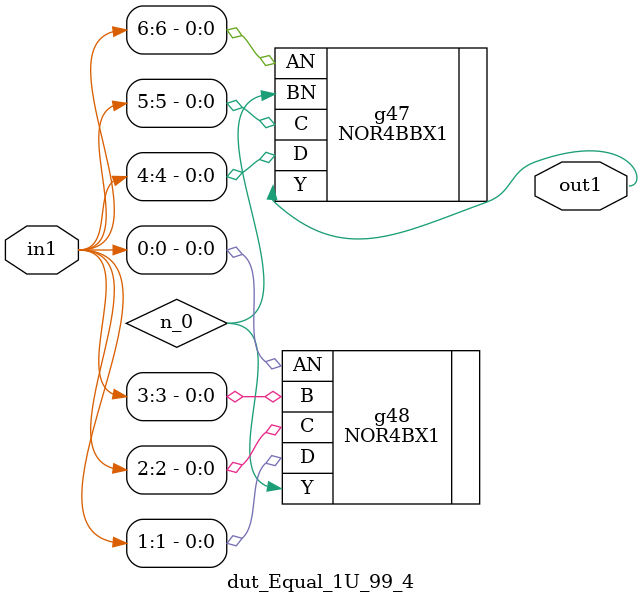
<source format=v>
`timescale 1ps / 1ps


module dut_Equal_1U_99_4(in1, out1);
  input [6:0] in1;
  output out1;
  wire [6:0] in1;
  wire out1;
  wire n_0;
  NOR4BBX1 g47(.AN (in1[6]), .BN (n_0), .C (in1[5]), .D (in1[4]), .Y
       (out1));
  NOR4BX1 g48(.AN (in1[0]), .B (in1[3]), .C (in1[2]), .D (in1[1]), .Y
       (n_0));
endmodule



</source>
